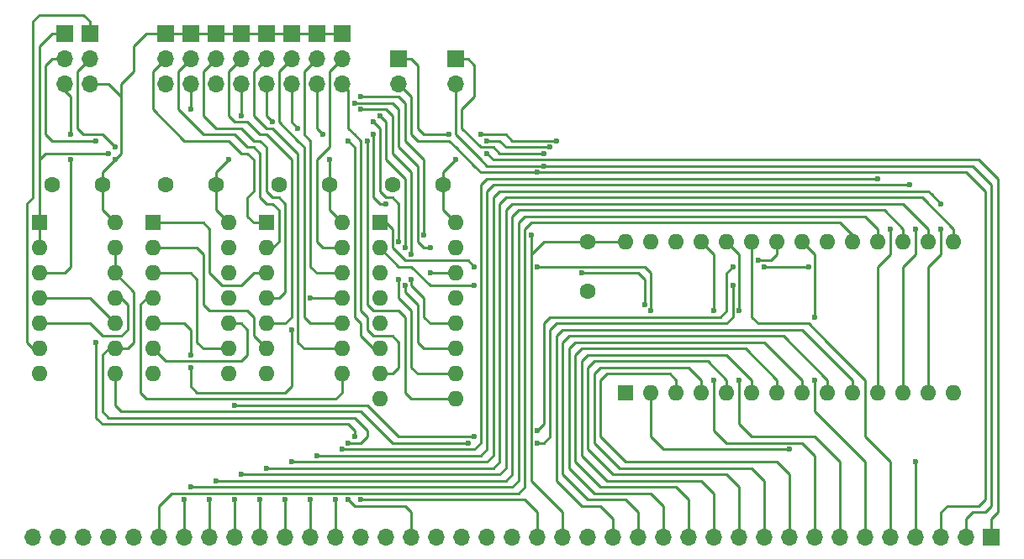
<source format=gtl>
G04 #@! TF.FileFunction,Copper,L1,Top,Signal*
%FSLAX46Y46*%
G04 Gerber Fmt 4.6, Leading zero omitted, Abs format (unit mm)*
G04 Created by KiCad (PCBNEW 4.0.7) date 02/16/19 22:22:25*
%MOMM*%
%LPD*%
G01*
G04 APERTURE LIST*
%ADD10C,0.100000*%
%ADD11R,1.600000X1.600000*%
%ADD12O,1.600000X1.600000*%
%ADD13C,1.600000*%
%ADD14R,1.700000X1.700000*%
%ADD15O,1.700000X1.700000*%
%ADD16C,0.600000*%
%ADD17C,0.250000*%
G04 APERTURE END LIST*
D10*
D11*
X149860000Y-133985000D03*
D12*
X182880000Y-118745000D03*
X152400000Y-133985000D03*
X180340000Y-118745000D03*
X154940000Y-133985000D03*
X177800000Y-118745000D03*
X157480000Y-133985000D03*
X175260000Y-118745000D03*
X160020000Y-133985000D03*
X172720000Y-118745000D03*
X162560000Y-133985000D03*
X170180000Y-118745000D03*
X165100000Y-133985000D03*
X167640000Y-118745000D03*
X167640000Y-133985000D03*
X165100000Y-118745000D03*
X170180000Y-133985000D03*
X162560000Y-118745000D03*
X172720000Y-133985000D03*
X160020000Y-118745000D03*
X175260000Y-133985000D03*
X157480000Y-118745000D03*
X177800000Y-133985000D03*
X154940000Y-118745000D03*
X180340000Y-133985000D03*
X152400000Y-118745000D03*
X182880000Y-133985000D03*
X149860000Y-118745000D03*
D13*
X131445000Y-113030000D03*
X126445000Y-113030000D03*
X120015000Y-113030000D03*
X115015000Y-113030000D03*
X146050000Y-118745000D03*
X146050000Y-123745000D03*
X108585000Y-113030000D03*
X103585000Y-113030000D03*
D14*
X186690000Y-148590000D03*
D15*
X184150000Y-148590000D03*
X181610000Y-148590000D03*
X179070000Y-148590000D03*
X176530000Y-148590000D03*
X173990000Y-148590000D03*
X171450000Y-148590000D03*
X168910000Y-148590000D03*
X166370000Y-148590000D03*
X163830000Y-148590000D03*
X161290000Y-148590000D03*
X158750000Y-148590000D03*
X156210000Y-148590000D03*
X153670000Y-148590000D03*
X151130000Y-148590000D03*
X148590000Y-148590000D03*
X146050000Y-148590000D03*
X143510000Y-148590000D03*
X140970000Y-148590000D03*
X138430000Y-148590000D03*
X135890000Y-148590000D03*
X133350000Y-148590000D03*
X130810000Y-148590000D03*
X128270000Y-148590000D03*
X125730000Y-148590000D03*
X123190000Y-148590000D03*
X120650000Y-148590000D03*
X118110000Y-148590000D03*
X115570000Y-148590000D03*
X113030000Y-148590000D03*
X110490000Y-148590000D03*
X107950000Y-148590000D03*
X105410000Y-148590000D03*
X102870000Y-148590000D03*
X100330000Y-148590000D03*
X97790000Y-148590000D03*
X95250000Y-148590000D03*
X92710000Y-148590000D03*
X90170000Y-148590000D03*
D14*
X127000000Y-100330000D03*
D15*
X127000000Y-102870000D03*
D14*
X132715000Y-100330000D03*
D15*
X132715000Y-102870000D03*
D14*
X103505000Y-97790000D03*
D15*
X103505000Y-100330000D03*
X103505000Y-102870000D03*
D14*
X106045000Y-97790000D03*
D15*
X106045000Y-100330000D03*
X106045000Y-102870000D03*
D14*
X108585000Y-97790000D03*
D15*
X108585000Y-100330000D03*
X108585000Y-102870000D03*
D14*
X111125000Y-97790000D03*
D15*
X111125000Y-100330000D03*
X111125000Y-102870000D03*
D14*
X113665000Y-97790000D03*
D15*
X113665000Y-100330000D03*
X113665000Y-102870000D03*
D14*
X116205000Y-97790000D03*
D15*
X116205000Y-100330000D03*
X116205000Y-102870000D03*
D14*
X95885000Y-97790000D03*
D15*
X95885000Y-100330000D03*
X95885000Y-102870000D03*
D14*
X118745000Y-97790000D03*
D15*
X118745000Y-100330000D03*
X118745000Y-102870000D03*
D14*
X121285000Y-97790000D03*
D15*
X121285000Y-100330000D03*
X121285000Y-102870000D03*
D11*
X125095000Y-116840000D03*
D12*
X132715000Y-134620000D03*
X125095000Y-119380000D03*
X132715000Y-132080000D03*
X125095000Y-121920000D03*
X132715000Y-129540000D03*
X125095000Y-124460000D03*
X132715000Y-127000000D03*
X125095000Y-127000000D03*
X132715000Y-124460000D03*
X125095000Y-129540000D03*
X132715000Y-121920000D03*
X125095000Y-132080000D03*
X132715000Y-119380000D03*
X125095000Y-134620000D03*
X132715000Y-116840000D03*
D11*
X90805000Y-116840000D03*
D12*
X98425000Y-132080000D03*
X90805000Y-119380000D03*
X98425000Y-129540000D03*
X90805000Y-121920000D03*
X98425000Y-127000000D03*
X90805000Y-124460000D03*
X98425000Y-124460000D03*
X90805000Y-127000000D03*
X98425000Y-121920000D03*
X90805000Y-129540000D03*
X98425000Y-119380000D03*
X90805000Y-132080000D03*
X98425000Y-116840000D03*
D13*
X97155000Y-113030000D03*
X92155000Y-113030000D03*
D14*
X93345000Y-97790000D03*
D15*
X93345000Y-100330000D03*
X93345000Y-102870000D03*
D11*
X113665000Y-116840000D03*
D12*
X121285000Y-132080000D03*
X113665000Y-119380000D03*
X121285000Y-129540000D03*
X113665000Y-121920000D03*
X121285000Y-127000000D03*
X113665000Y-124460000D03*
X121285000Y-124460000D03*
X113665000Y-127000000D03*
X121285000Y-121920000D03*
X113665000Y-129540000D03*
X121285000Y-119380000D03*
X113665000Y-132080000D03*
X121285000Y-116840000D03*
D11*
X102235000Y-116840000D03*
D12*
X109855000Y-132080000D03*
X102235000Y-119380000D03*
X109855000Y-129540000D03*
X102235000Y-121920000D03*
X109855000Y-127000000D03*
X102235000Y-124460000D03*
X109855000Y-124460000D03*
X102235000Y-127000000D03*
X109855000Y-121920000D03*
X102235000Y-129540000D03*
X109855000Y-119380000D03*
X102235000Y-132080000D03*
X109855000Y-116840000D03*
D16*
X140335000Y-118110000D03*
X132715000Y-110490000D03*
X120015000Y-110490000D03*
X98425000Y-110490000D03*
X109855000Y-110490000D03*
X97790000Y-109855000D03*
X135890000Y-109855000D03*
X141605000Y-111125000D03*
X140970000Y-111760000D03*
X134620000Y-123190000D03*
X134620000Y-121285000D03*
X179070000Y-140970000D03*
X166370000Y-139700000D03*
X152400000Y-125730000D03*
X140970000Y-121285000D03*
X168910000Y-132715000D03*
X168910000Y-126365000D03*
X161290000Y-125730000D03*
X161290000Y-132715000D03*
X158750000Y-132715000D03*
X158750000Y-125730000D03*
X176530000Y-117475000D03*
X175260000Y-112395000D03*
X121285000Y-139700000D03*
X120650000Y-144780000D03*
X178435000Y-113030000D03*
X179070000Y-117475000D03*
X118110000Y-144780000D03*
X118745000Y-140335000D03*
X116205000Y-140970000D03*
X181610000Y-114935000D03*
X181610000Y-117475000D03*
X115570000Y-144780000D03*
X113030000Y-144780000D03*
X113665000Y-141605000D03*
X111125000Y-142240000D03*
X110490000Y-144780000D03*
X108585000Y-142875000D03*
X107950000Y-144780000D03*
X106045000Y-143510000D03*
X105410000Y-144780000D03*
X96520000Y-128905000D03*
X123190000Y-144780000D03*
X122555000Y-138430000D03*
X121920000Y-144780000D03*
X121920000Y-139065000D03*
X135255000Y-107950000D03*
X132080000Y-107950000D03*
X142875000Y-108585000D03*
X145415000Y-121920000D03*
X151765000Y-125095000D03*
X141605000Y-109855000D03*
X122555000Y-104775000D03*
X130175000Y-119380000D03*
X123190000Y-105410000D03*
X106045000Y-105410000D03*
X128270000Y-120015000D03*
X130175000Y-121920000D03*
X129540000Y-118110000D03*
X123190000Y-104140000D03*
X111125000Y-106045000D03*
X125095000Y-106045000D03*
X127635000Y-119380000D03*
X128270000Y-122555000D03*
X127635000Y-123190000D03*
X127000000Y-118745000D03*
X114300000Y-106680000D03*
X124460000Y-106680000D03*
X116840000Y-107315000D03*
X125730000Y-114935000D03*
X127000000Y-122555000D03*
X124460000Y-107950000D03*
X121920000Y-108585000D03*
X96520000Y-108585000D03*
X98425000Y-109220000D03*
X135890000Y-108585000D03*
X142240000Y-109220000D03*
X123825000Y-108585000D03*
X119380000Y-107950000D03*
X163830000Y-121285000D03*
X168275000Y-121285000D03*
X160655000Y-121285000D03*
X134620000Y-138430000D03*
X140970000Y-137795000D03*
X110490000Y-135255000D03*
X163195000Y-120650000D03*
X160655000Y-123190000D03*
X140970000Y-139065000D03*
X133985000Y-139065000D03*
X93980000Y-107950000D03*
X93980000Y-110490000D03*
X116205000Y-127635000D03*
X106045000Y-131445000D03*
X106045000Y-130175000D03*
X118110000Y-124460000D03*
D17*
X120015000Y-113030000D02*
X120015000Y-115570000D01*
X120015000Y-115570000D02*
X121285000Y-116840000D01*
X108585000Y-113030000D02*
X108585000Y-115570000D01*
X108585000Y-115570000D02*
X109855000Y-116840000D01*
X97790000Y-102870000D02*
X99060000Y-104140000D01*
X99060000Y-104140000D02*
X99060000Y-103505000D01*
X99060000Y-102870000D02*
X99060000Y-103505000D01*
X99060000Y-103505000D02*
X99060000Y-109855000D01*
X99060000Y-109855000D02*
X98425000Y-110490000D01*
X140335000Y-120015000D02*
X140335000Y-118110000D01*
X95885000Y-102870000D02*
X97790000Y-102870000D01*
X99060000Y-102870000D02*
X100330000Y-101600000D01*
X100330000Y-101600000D02*
X100330000Y-99060000D01*
X100330000Y-99060000D02*
X101600000Y-97790000D01*
X101600000Y-97790000D02*
X103505000Y-97790000D01*
X118745000Y-97790000D02*
X121285000Y-97790000D01*
X116205000Y-97790000D02*
X118745000Y-97790000D01*
X113665000Y-97790000D02*
X116205000Y-97790000D01*
X111125000Y-97790000D02*
X113665000Y-97790000D01*
X108585000Y-97790000D02*
X111125000Y-97790000D01*
X106045000Y-97790000D02*
X108585000Y-97790000D01*
X103505000Y-97790000D02*
X106045000Y-97790000D01*
X131445000Y-111760000D02*
X131445000Y-113030000D01*
X131445000Y-111760000D02*
X132715000Y-110490000D01*
X120015000Y-111760000D02*
X120015000Y-110490000D01*
X120015000Y-111760000D02*
X120015000Y-113030000D01*
X97155000Y-111760000D02*
X98425000Y-110490000D01*
X97155000Y-113030000D02*
X97155000Y-111760000D01*
X108585000Y-111760000D02*
X109855000Y-110490000D01*
X108585000Y-111760000D02*
X108585000Y-113030000D01*
X131445000Y-113030000D02*
X131445000Y-115570000D01*
X131445000Y-115570000D02*
X132715000Y-116840000D01*
X97155000Y-113030000D02*
X97155000Y-115570000D01*
X97155000Y-115570000D02*
X98425000Y-116840000D01*
X145415000Y-118745000D02*
X149860000Y-118745000D01*
X143510000Y-148590000D02*
X143510000Y-146050000D01*
X143510000Y-146050000D02*
X140335000Y-142875000D01*
X140335000Y-142875000D02*
X140335000Y-120015000D01*
X141605000Y-118745000D02*
X145415000Y-118745000D01*
X140335000Y-120015000D02*
X141605000Y-118745000D01*
X90805000Y-110490000D02*
X90805000Y-99060000D01*
X92075000Y-97790000D02*
X93345000Y-97790000D01*
X90805000Y-99060000D02*
X92075000Y-97790000D01*
X139065000Y-110490000D02*
X136525000Y-110490000D01*
X186690000Y-148590000D02*
X186690000Y-146685000D01*
X187325000Y-112395000D02*
X185420000Y-110490000D01*
X187325000Y-146050000D02*
X187325000Y-112395000D01*
X186690000Y-146685000D02*
X187325000Y-146050000D01*
X139065000Y-110490000D02*
X185420000Y-110490000D01*
X135890000Y-109855000D02*
X136525000Y-110490000D01*
X90805000Y-110490000D02*
X90805000Y-116840000D01*
X91440000Y-109855000D02*
X90805000Y-110490000D01*
X97790000Y-109855000D02*
X91440000Y-109855000D01*
X90805000Y-119380000D02*
X90805000Y-116840000D01*
X135255000Y-110490000D02*
X132715000Y-107950000D01*
X132715000Y-107950000D02*
X132715000Y-102870000D01*
X140970000Y-111125000D02*
X139065000Y-111125000D01*
X139065000Y-111125000D02*
X135890000Y-111125000D01*
X135255000Y-110490000D02*
X135890000Y-111125000D01*
X184785000Y-111125000D02*
X141605000Y-111125000D01*
X141605000Y-111125000D02*
X140970000Y-111125000D01*
X186690000Y-113030000D02*
X184785000Y-111125000D01*
X184150000Y-146685000D02*
X184785000Y-146050000D01*
X184785000Y-146050000D02*
X186055000Y-146050000D01*
X186055000Y-146050000D02*
X186690000Y-145415000D01*
X186690000Y-145415000D02*
X186690000Y-113030000D01*
X184150000Y-148590000D02*
X184150000Y-146685000D01*
X127000000Y-121285000D02*
X128270000Y-121285000D01*
X128270000Y-121285000D02*
X130175000Y-123190000D01*
X130175000Y-123190000D02*
X134620000Y-123190000D01*
X127000000Y-121285000D02*
X125095000Y-119380000D01*
X127000000Y-102870000D02*
X128270000Y-104140000D01*
X132715000Y-109220000D02*
X132080000Y-108585000D01*
X137795000Y-111760000D02*
X135255000Y-111760000D01*
X137795000Y-111760000D02*
X140970000Y-111760000D01*
X134620000Y-111125000D02*
X135255000Y-111760000D01*
X134620000Y-111125000D02*
X132715000Y-109220000D01*
X132080000Y-108585000D02*
X128905000Y-108585000D01*
X128905000Y-108585000D02*
X128270000Y-107950000D01*
X128270000Y-104140000D02*
X128270000Y-107950000D01*
X140970000Y-111760000D02*
X141605000Y-111760000D01*
X186055000Y-113665000D02*
X184150000Y-111760000D01*
X184150000Y-111760000D02*
X141605000Y-111760000D01*
X181610000Y-148590000D02*
X181610000Y-146050000D01*
X186055000Y-144780000D02*
X186055000Y-114300000D01*
X185420000Y-145415000D02*
X186055000Y-144780000D01*
X182245000Y-145415000D02*
X185420000Y-145415000D01*
X181610000Y-146050000D02*
X182245000Y-145415000D01*
X186055000Y-114300000D02*
X186055000Y-113665000D01*
X125095000Y-116840000D02*
X125730000Y-116840000D01*
X125730000Y-116840000D02*
X126365000Y-117475000D01*
X126365000Y-117475000D02*
X126365000Y-119380000D01*
X126365000Y-119380000D02*
X127635000Y-120650000D01*
X127635000Y-120650000D02*
X133985000Y-120650000D01*
X133985000Y-120650000D02*
X134620000Y-121285000D01*
X166370000Y-139700000D02*
X153670000Y-139700000D01*
X153670000Y-139700000D02*
X152400000Y-138430000D01*
X152400000Y-133985000D02*
X152400000Y-138430000D01*
X179070000Y-140970000D02*
X179070000Y-148590000D01*
X152400000Y-121920000D02*
X152400000Y-125730000D01*
X151765000Y-121285000D02*
X152400000Y-121920000D01*
X140970000Y-121285000D02*
X151765000Y-121285000D01*
X174625000Y-139065000D02*
X176530000Y-140970000D01*
X176530000Y-148590000D02*
X176530000Y-140970000D01*
X173990000Y-132715000D02*
X170180000Y-128905000D01*
X173990000Y-138430000D02*
X173990000Y-132715000D01*
X174625000Y-139065000D02*
X173990000Y-138430000D01*
X170180000Y-128905000D02*
X168275000Y-127000000D01*
X162560000Y-121285000D02*
X162560000Y-118745000D01*
X162560000Y-126365000D02*
X163195000Y-127000000D01*
X163195000Y-127000000D02*
X168275000Y-127000000D01*
X162560000Y-121285000D02*
X162560000Y-126365000D01*
X170815000Y-137795000D02*
X168910000Y-135890000D01*
X172085000Y-139065000D02*
X173990000Y-140970000D01*
X173990000Y-148590000D02*
X173990000Y-140970000D01*
X168910000Y-135890000D02*
X168910000Y-132715000D01*
X172085000Y-139065000D02*
X170815000Y-137795000D01*
X168910000Y-120015000D02*
X168910000Y-126365000D01*
X167640000Y-118745000D02*
X168910000Y-120015000D01*
X169545000Y-139065000D02*
X171450000Y-140970000D01*
X161290000Y-120015000D02*
X161290000Y-125730000D01*
X161290000Y-132715000D02*
X161290000Y-137160000D01*
X161290000Y-137160000D02*
X162560000Y-138430000D01*
X162560000Y-138430000D02*
X168910000Y-138430000D01*
X168910000Y-138430000D02*
X169545000Y-139065000D01*
X171450000Y-148590000D02*
X171450000Y-140970000D01*
X161290000Y-120015000D02*
X160020000Y-118745000D01*
X168910000Y-140970000D02*
X168910000Y-140335000D01*
X167005000Y-139065000D02*
X160020000Y-139065000D01*
X160020000Y-139065000D02*
X158750000Y-137795000D01*
X158750000Y-137795000D02*
X158750000Y-132715000D01*
X158750000Y-125730000D02*
X158750000Y-120015000D01*
X157480000Y-118745000D02*
X158750000Y-120015000D01*
X168910000Y-140970000D02*
X168910000Y-148590000D01*
X167640000Y-139065000D02*
X167005000Y-139065000D01*
X168910000Y-140335000D02*
X167640000Y-139065000D01*
X154940000Y-133985000D02*
X154940000Y-132715000D01*
X166370000Y-142240000D02*
X166370000Y-148590000D01*
X165100000Y-140970000D02*
X166370000Y-142240000D01*
X149860000Y-140970000D02*
X165100000Y-140970000D01*
X147320000Y-138430000D02*
X149860000Y-140970000D01*
X147320000Y-132715000D02*
X147320000Y-138430000D01*
X147955000Y-132080000D02*
X147320000Y-132715000D01*
X154305000Y-132080000D02*
X147955000Y-132080000D01*
X154940000Y-132715000D02*
X154305000Y-132080000D01*
X162560000Y-141605000D02*
X163830000Y-142875000D01*
X157480000Y-133985000D02*
X157480000Y-132715000D01*
X163830000Y-142875000D02*
X163830000Y-148590000D01*
X149225000Y-141605000D02*
X162560000Y-141605000D01*
X146685000Y-139065000D02*
X149225000Y-141605000D01*
X146685000Y-132080000D02*
X146685000Y-139065000D01*
X147320000Y-131445000D02*
X146685000Y-132080000D01*
X156210000Y-131445000D02*
X147320000Y-131445000D01*
X157480000Y-132715000D02*
X156210000Y-131445000D01*
X161290000Y-148590000D02*
X161290000Y-143510000D01*
X160020000Y-132715000D02*
X160020000Y-133985000D01*
X158115000Y-130810000D02*
X160020000Y-132715000D01*
X146685000Y-130810000D02*
X158115000Y-130810000D01*
X146050000Y-131445000D02*
X146685000Y-130810000D01*
X146050000Y-139700000D02*
X146050000Y-131445000D01*
X148590000Y-142240000D02*
X146050000Y-139700000D01*
X160020000Y-142240000D02*
X148590000Y-142240000D01*
X161290000Y-143510000D02*
X160020000Y-142240000D01*
X162560000Y-133985000D02*
X162560000Y-132715000D01*
X158750000Y-144145000D02*
X158750000Y-148590000D01*
X157480000Y-142875000D02*
X158750000Y-144145000D01*
X147955000Y-142875000D02*
X157480000Y-142875000D01*
X145415000Y-140335000D02*
X147955000Y-142875000D01*
X145415000Y-130810000D02*
X145415000Y-140335000D01*
X146050000Y-130175000D02*
X145415000Y-130810000D01*
X160020000Y-130175000D02*
X146050000Y-130175000D01*
X162560000Y-132715000D02*
X160020000Y-130175000D01*
X156210000Y-148590000D02*
X156210000Y-144780000D01*
X165100000Y-132715000D02*
X165100000Y-133985000D01*
X161925000Y-129540000D02*
X165100000Y-132715000D01*
X145415000Y-129540000D02*
X161925000Y-129540000D01*
X144780000Y-130175000D02*
X145415000Y-129540000D01*
X144780000Y-140970000D02*
X144780000Y-130175000D01*
X147320000Y-143510000D02*
X144780000Y-140970000D01*
X154940000Y-143510000D02*
X147320000Y-143510000D01*
X156210000Y-144780000D02*
X154940000Y-143510000D01*
X167640000Y-133985000D02*
X167640000Y-132715000D01*
X153670000Y-145415000D02*
X153670000Y-148590000D01*
X152400000Y-144145000D02*
X153670000Y-145415000D01*
X146685000Y-144145000D02*
X152400000Y-144145000D01*
X144145000Y-141605000D02*
X146685000Y-144145000D01*
X144145000Y-129540000D02*
X144145000Y-141605000D01*
X144780000Y-128905000D02*
X144145000Y-129540000D01*
X163830000Y-128905000D02*
X144780000Y-128905000D01*
X167640000Y-132715000D02*
X163830000Y-128905000D01*
X151130000Y-148590000D02*
X151130000Y-146050000D01*
X170180000Y-132715000D02*
X170180000Y-133985000D01*
X165735000Y-128270000D02*
X170180000Y-132715000D01*
X144145000Y-128270000D02*
X165735000Y-128270000D01*
X143510000Y-128905000D02*
X144145000Y-128270000D01*
X143510000Y-142240000D02*
X143510000Y-128905000D01*
X146050000Y-144780000D02*
X143510000Y-142240000D01*
X149860000Y-144780000D02*
X146050000Y-144780000D01*
X151130000Y-146050000D02*
X149860000Y-144780000D01*
X172720000Y-133985000D02*
X172720000Y-132715000D01*
X148590000Y-146685000D02*
X148590000Y-148590000D01*
X147320000Y-145415000D02*
X148590000Y-146685000D01*
X145415000Y-145415000D02*
X147320000Y-145415000D01*
X142875000Y-142875000D02*
X145415000Y-145415000D01*
X142875000Y-128270000D02*
X142875000Y-142875000D01*
X143510000Y-127635000D02*
X142875000Y-128270000D01*
X167640000Y-127635000D02*
X143510000Y-127635000D01*
X172720000Y-132715000D02*
X167640000Y-127635000D01*
X121285000Y-139700000D02*
X132080000Y-139700000D01*
X135255000Y-113030000D02*
X135255000Y-139065000D01*
X134620000Y-139700000D02*
X132080000Y-139700000D01*
X135255000Y-139065000D02*
X134620000Y-139700000D01*
X138430000Y-112395000D02*
X168275000Y-112395000D01*
X175260000Y-130810000D02*
X175260000Y-121285000D01*
X175260000Y-121285000D02*
X176530000Y-120015000D01*
X176530000Y-120015000D02*
X176530000Y-117475000D01*
X175260000Y-112395000D02*
X168275000Y-112395000D01*
X137160000Y-112395000D02*
X136525000Y-112395000D01*
X137160000Y-112395000D02*
X138430000Y-112395000D01*
X135890000Y-112395000D02*
X135255000Y-113030000D01*
X136525000Y-112395000D02*
X135890000Y-112395000D01*
X175260000Y-130810000D02*
X175260000Y-133985000D01*
X120650000Y-144780000D02*
X120650000Y-148590000D01*
X132715000Y-140335000D02*
X135255000Y-140335000D01*
X135890000Y-139700000D02*
X135890000Y-113665000D01*
X135255000Y-140335000D02*
X135890000Y-139700000D01*
X137795000Y-113030000D02*
X136525000Y-113030000D01*
X136525000Y-113030000D02*
X135890000Y-113665000D01*
X138430000Y-113030000D02*
X168275000Y-113030000D01*
X178435000Y-113030000D02*
X168275000Y-113030000D01*
X177800000Y-133985000D02*
X177800000Y-121285000D01*
X179070000Y-120015000D02*
X179070000Y-117475000D01*
X177800000Y-121285000D02*
X179070000Y-120015000D01*
X138430000Y-113030000D02*
X137795000Y-113030000D01*
X118110000Y-144780000D02*
X118110000Y-148590000D01*
X123190000Y-140335000D02*
X118745000Y-140335000D01*
X132715000Y-140335000D02*
X123190000Y-140335000D01*
X136525000Y-114300000D02*
X136525000Y-140335000D01*
X133350000Y-140970000D02*
X116205000Y-140970000D01*
X138430000Y-113665000D02*
X168275000Y-113665000D01*
X180340000Y-113665000D02*
X168275000Y-113665000D01*
X180340000Y-133985000D02*
X180340000Y-121285000D01*
X181610000Y-114935000D02*
X180657500Y-113982500D01*
X181610000Y-120015000D02*
X181610000Y-117475000D01*
X180340000Y-121285000D02*
X181610000Y-120015000D01*
X180657500Y-113982500D02*
X180340000Y-113665000D01*
X138430000Y-113665000D02*
X137795000Y-113665000D01*
X137160000Y-113665000D02*
X136525000Y-114300000D01*
X137795000Y-113665000D02*
X137160000Y-113665000D01*
X136525000Y-140335000D02*
X135890000Y-140970000D01*
X135890000Y-140970000D02*
X133350000Y-140970000D01*
X115570000Y-144780000D02*
X115570000Y-148590000D01*
X133985000Y-141605000D02*
X136525000Y-141605000D01*
X137160000Y-140970000D02*
X137160000Y-114935000D01*
X136525000Y-141605000D02*
X137160000Y-140970000D01*
X138430000Y-114300000D02*
X137795000Y-114300000D01*
X179889998Y-114484998D02*
X179705000Y-114300000D01*
X182880000Y-118745000D02*
X182880000Y-117475000D01*
X182880000Y-117475000D02*
X179889998Y-114484998D01*
X179705000Y-114300000D02*
X168275000Y-114300000D01*
X138430000Y-114300000D02*
X168275000Y-114300000D01*
X137795000Y-114300000D02*
X137160000Y-114935000D01*
X113030000Y-144780000D02*
X113030000Y-148590000D01*
X133985000Y-141605000D02*
X113665000Y-141605000D01*
X137795000Y-115570000D02*
X137795000Y-141605000D01*
X113665000Y-142240000D02*
X111125000Y-142240000D01*
X134620000Y-142240000D02*
X113665000Y-142240000D01*
X137795000Y-115570000D02*
X138430000Y-114935000D01*
X139065000Y-114935000D02*
X138430000Y-114935000D01*
X180340000Y-118745000D02*
X180340000Y-117475000D01*
X177800000Y-114935000D02*
X168275000Y-114935000D01*
X180340000Y-117475000D02*
X177800000Y-114935000D01*
X139065000Y-114935000D02*
X168275000Y-114935000D01*
X137795000Y-141605000D02*
X137160000Y-142240000D01*
X137160000Y-142240000D02*
X134620000Y-142240000D01*
X110490000Y-144780000D02*
X110490000Y-148590000D01*
X135255000Y-142875000D02*
X137795000Y-142875000D01*
X138430000Y-142240000D02*
X138430000Y-116205000D01*
X137795000Y-142875000D02*
X138430000Y-142240000D01*
X134620000Y-142875000D02*
X135255000Y-142875000D01*
X139065000Y-115570000D02*
X138430000Y-116205000D01*
X139065000Y-115570000D02*
X168275000Y-115570000D01*
X175260000Y-115570000D02*
X168275000Y-115570000D01*
X175895000Y-115570000D02*
X177800000Y-117475000D01*
X177800000Y-117475000D02*
X177800000Y-118745000D01*
X175260000Y-115570000D02*
X175895000Y-115570000D01*
X108585000Y-142875000D02*
X134620000Y-142875000D01*
X134620000Y-142875000D02*
X135070002Y-142875000D01*
X107950000Y-148590000D02*
X107950000Y-144780000D01*
X177800000Y-118745000D02*
X177800000Y-118110000D01*
X139065000Y-142240000D02*
X139065000Y-142875000D01*
X138430000Y-143510000D02*
X137795000Y-143510000D01*
X139065000Y-142875000D02*
X138430000Y-143510000D01*
X139065000Y-116840000D02*
X139065000Y-142240000D01*
X137795000Y-143510000D02*
X135890000Y-143510000D01*
X135890000Y-143510000D02*
X106045000Y-143510000D01*
X168275000Y-116205000D02*
X139700000Y-116205000D01*
X175260000Y-117475000D02*
X173990000Y-116205000D01*
X173990000Y-116205000D02*
X168275000Y-116205000D01*
X175260000Y-118745000D02*
X175260000Y-117475000D01*
X139700000Y-116205000D02*
X139065000Y-116840000D01*
X105410000Y-144780000D02*
X105410000Y-148590000D01*
X139700000Y-142875000D02*
X139700000Y-143510000D01*
X139065000Y-144145000D02*
X138430000Y-144145000D01*
X139700000Y-143510000D02*
X139065000Y-144145000D01*
X136525000Y-144145000D02*
X138430000Y-144145000D01*
X136525000Y-144145000D02*
X104775000Y-144145000D01*
X104775000Y-144145000D02*
X104140000Y-144145000D01*
X104140000Y-144145000D02*
X102870000Y-145415000D01*
X102870000Y-145415000D02*
X102870000Y-148590000D01*
X139700000Y-142875000D02*
X139700000Y-117475000D01*
X140335000Y-116840000D02*
X139700000Y-117475000D01*
X168275000Y-116840000D02*
X140335000Y-116840000D01*
X171450000Y-116840000D02*
X168275000Y-116840000D01*
X172720000Y-118110000D02*
X171450000Y-116840000D01*
X172720000Y-118745000D02*
X172720000Y-118110000D01*
X122555000Y-138430000D02*
X122555000Y-137795000D01*
X122555000Y-137795000D02*
X121920000Y-137160000D01*
X121920000Y-137160000D02*
X97155000Y-137160000D01*
X140970000Y-148590000D02*
X140970000Y-146050000D01*
X125095000Y-144780000D02*
X139065000Y-144780000D01*
X139065000Y-144780000D02*
X139700000Y-144780000D01*
X139700000Y-144780000D02*
X140970000Y-146050000D01*
X125095000Y-144780000D02*
X123190000Y-144780000D01*
X96520000Y-128905000D02*
X96520000Y-136525000D01*
X96520000Y-136525000D02*
X97155000Y-137160000D01*
X90805000Y-124460000D02*
X90170000Y-124460000D01*
X90805000Y-124460000D02*
X95885000Y-124460000D01*
X95885000Y-124460000D02*
X98425000Y-127000000D01*
X123190000Y-139065000D02*
X123825000Y-138430000D01*
X122555000Y-136525000D02*
X123825000Y-137795000D01*
X123825000Y-137795000D02*
X123825000Y-138430000D01*
X97155000Y-135890000D02*
X97790000Y-136525000D01*
X97790000Y-136525000D02*
X122555000Y-136525000D01*
X97155000Y-135890000D02*
X97155000Y-133985000D01*
X97155000Y-130175000D02*
X97155000Y-133985000D01*
X97790000Y-129540000D02*
X97155000Y-130175000D01*
X122555000Y-145415000D02*
X121920000Y-144780000D01*
X128270000Y-146050000D02*
X128270000Y-148590000D01*
X127635000Y-145415000D02*
X123825000Y-145415000D01*
X128270000Y-146050000D02*
X127635000Y-145415000D01*
X123825000Y-145415000D02*
X122555000Y-145415000D01*
X123190000Y-139065000D02*
X121920000Y-139065000D01*
X98425000Y-129540000D02*
X97790000Y-129540000D01*
X100330000Y-127635000D02*
X100330000Y-128905000D01*
X99695000Y-129540000D02*
X98425000Y-129540000D01*
X100330000Y-128905000D02*
X99695000Y-129540000D01*
X98425000Y-121920000D02*
X100330000Y-123825000D01*
X100330000Y-123825000D02*
X100330000Y-127635000D01*
X98425000Y-121920000D02*
X98425000Y-119380000D01*
X127000000Y-100330000D02*
X128270000Y-100330000D01*
X138430000Y-108585000D02*
X137795000Y-107950000D01*
X137795000Y-107950000D02*
X135255000Y-107950000D01*
X142875000Y-108585000D02*
X138430000Y-108585000D01*
X129540000Y-107950000D02*
X132080000Y-107950000D01*
X128905000Y-107315000D02*
X129540000Y-107950000D01*
X128905000Y-100965000D02*
X128905000Y-107315000D01*
X128270000Y-100330000D02*
X128905000Y-100965000D01*
X132715000Y-100330000D02*
X133985000Y-100330000D01*
X151765000Y-125095000D02*
X151765000Y-122555000D01*
X151765000Y-122555000D02*
X151130000Y-121920000D01*
X151130000Y-121920000D02*
X145415000Y-121920000D01*
X137160000Y-109855000D02*
X141605000Y-109855000D01*
X136525000Y-109220000D02*
X137160000Y-109855000D01*
X135255000Y-109220000D02*
X136525000Y-109220000D01*
X133350000Y-107315000D02*
X135255000Y-109220000D01*
X133350000Y-105410000D02*
X133350000Y-107315000D01*
X134620000Y-104140000D02*
X133350000Y-105410000D01*
X134620000Y-100965000D02*
X134620000Y-104140000D01*
X133985000Y-100330000D02*
X134620000Y-100965000D01*
X113665000Y-116840000D02*
X112395000Y-116840000D01*
X111760000Y-114300000D02*
X112395000Y-113665000D01*
X112395000Y-113665000D02*
X112395000Y-110490000D01*
X112395000Y-110490000D02*
X111760000Y-109855000D01*
X111760000Y-109855000D02*
X111125000Y-109855000D01*
X111125000Y-109855000D02*
X109855000Y-108585000D01*
X109855000Y-108585000D02*
X105410000Y-108585000D01*
X105410000Y-108585000D02*
X102235000Y-105410000D01*
X102235000Y-105410000D02*
X102235000Y-101600000D01*
X102235000Y-101600000D02*
X103505000Y-100330000D01*
X111760000Y-116205000D02*
X111760000Y-114300000D01*
X112395000Y-116840000D02*
X111760000Y-116205000D01*
X128905000Y-111125000D02*
X127000000Y-109220000D01*
X127000000Y-105410000D02*
X126365000Y-104775000D01*
X127000000Y-109220000D02*
X127000000Y-105410000D01*
X126365000Y-104775000D02*
X122555000Y-104775000D01*
X130175000Y-119380000D02*
X129540000Y-119380000D01*
X129540000Y-119380000D02*
X128905000Y-118745000D01*
X128905000Y-118745000D02*
X128905000Y-111125000D01*
X114935000Y-115570000D02*
X114935000Y-118745000D01*
X113665000Y-114935000D02*
X113030000Y-114300000D01*
X113030000Y-114300000D02*
X113030000Y-110490000D01*
X111760000Y-109220000D02*
X110490000Y-107950000D01*
X110490000Y-107950000D02*
X107315000Y-107950000D01*
X107315000Y-107950000D02*
X104775000Y-105410000D01*
X104775000Y-105410000D02*
X104775000Y-101600000D01*
X106045000Y-100330000D02*
X104775000Y-101600000D01*
X114935000Y-115570000D02*
X114300000Y-114935000D01*
X114300000Y-114935000D02*
X113665000Y-114935000D01*
X113030000Y-109855000D02*
X112395000Y-109220000D01*
X112395000Y-109220000D02*
X111760000Y-109220000D01*
X113030000Y-110490000D02*
X113030000Y-109855000D01*
X114935000Y-118745000D02*
X114300000Y-119380000D01*
X114300000Y-119380000D02*
X113665000Y-119380000D01*
X128270000Y-111760000D02*
X126365000Y-109855000D01*
X126365000Y-106045000D02*
X125730000Y-105410000D01*
X126365000Y-109855000D02*
X126365000Y-106045000D01*
X128270000Y-120015000D02*
X128270000Y-112395000D01*
X128270000Y-112395000D02*
X128270000Y-111760000D01*
X130175000Y-121920000D02*
X132715000Y-121920000D01*
X125730000Y-105410000D02*
X123190000Y-105410000D01*
X106045000Y-105410000D02*
X106045000Y-102870000D01*
X106045000Y-105410000D02*
X106045000Y-105410000D01*
X115570000Y-114935000D02*
X115570000Y-123825000D01*
X115570000Y-114935000D02*
X114935000Y-114300000D01*
X114935000Y-114300000D02*
X114300000Y-114300000D01*
X114300000Y-114300000D02*
X113665000Y-113665000D01*
X113665000Y-113665000D02*
X113665000Y-109855000D01*
X112395000Y-108585000D02*
X111125000Y-107315000D01*
X111125000Y-107315000D02*
X108585000Y-107315000D01*
X108585000Y-107315000D02*
X107315000Y-106045000D01*
X107315000Y-106045000D02*
X107315000Y-101600000D01*
X108585000Y-100330000D02*
X107315000Y-101600000D01*
X113665000Y-109220000D02*
X113030000Y-108585000D01*
X113030000Y-108585000D02*
X112395000Y-108585000D01*
X113665000Y-109855000D02*
X113665000Y-109220000D01*
X114935000Y-124460000D02*
X113665000Y-124460000D01*
X115570000Y-123825000D02*
X114935000Y-124460000D01*
X129540000Y-111125000D02*
X129540000Y-110490000D01*
X129540000Y-118110000D02*
X129540000Y-111125000D01*
X127000000Y-104140000D02*
X123190000Y-104140000D01*
X127635000Y-104775000D02*
X127000000Y-104140000D01*
X127635000Y-108585000D02*
X127635000Y-104775000D01*
X129540000Y-110490000D02*
X127635000Y-108585000D01*
X116205000Y-110490000D02*
X116205000Y-126365000D01*
X113030000Y-107950000D02*
X111760000Y-106680000D01*
X111760000Y-106680000D02*
X110490000Y-106680000D01*
X110490000Y-106680000D02*
X109855000Y-106045000D01*
X109855000Y-106045000D02*
X109855000Y-101600000D01*
X111125000Y-100330000D02*
X109855000Y-101600000D01*
X116205000Y-110490000D02*
X113665000Y-107950000D01*
X113665000Y-107950000D02*
X113030000Y-107950000D01*
X115570000Y-127000000D02*
X113665000Y-127000000D01*
X116205000Y-126365000D02*
X115570000Y-127000000D01*
X127635000Y-112395000D02*
X127000000Y-111760000D01*
X125730000Y-106680000D02*
X125095000Y-106045000D01*
X125730000Y-107315000D02*
X125730000Y-106680000D01*
X125730000Y-110490000D02*
X125730000Y-107315000D01*
X126365000Y-111125000D02*
X125730000Y-110490000D01*
X127000000Y-111760000D02*
X126365000Y-111125000D01*
X111125000Y-106045000D02*
X111125000Y-102870000D01*
X127635000Y-114935000D02*
X127635000Y-112395000D01*
X132715000Y-127000000D02*
X130175000Y-127000000D01*
X127635000Y-119380000D02*
X127635000Y-114935000D01*
X128270000Y-123190000D02*
X128270000Y-122555000D01*
X129540000Y-124460000D02*
X128270000Y-123190000D01*
X129540000Y-126365000D02*
X129540000Y-124460000D01*
X130175000Y-127000000D02*
X129540000Y-126365000D01*
X116840000Y-109855000D02*
X116840000Y-128905000D01*
X112395000Y-101600000D02*
X112395000Y-106045000D01*
X112395000Y-106045000D02*
X113665000Y-107315000D01*
X113665000Y-107315000D02*
X114300000Y-107315000D01*
X114300000Y-107315000D02*
X116840000Y-109855000D01*
X113665000Y-100330000D02*
X112395000Y-101600000D01*
X117475000Y-129540000D02*
X121285000Y-129540000D01*
X116840000Y-128905000D02*
X117475000Y-129540000D01*
X125095000Y-108585000D02*
X125095000Y-107315000D01*
X127000000Y-118745000D02*
X127000000Y-114935000D01*
X127000000Y-114935000D02*
X126365000Y-114300000D01*
X126365000Y-114300000D02*
X125730000Y-114300000D01*
X125730000Y-114300000D02*
X125095000Y-113665000D01*
X125095000Y-113665000D02*
X125095000Y-108585000D01*
X132715000Y-129540000D02*
X129540000Y-129540000D01*
X128905000Y-125095000D02*
X127635000Y-123825000D01*
X128905000Y-128905000D02*
X128905000Y-125095000D01*
X129540000Y-129540000D02*
X128905000Y-128905000D01*
X127635000Y-123825000D02*
X127635000Y-123190000D01*
X113665000Y-106045000D02*
X113665000Y-102870000D01*
X114300000Y-106680000D02*
X113665000Y-106045000D01*
X125095000Y-107315000D02*
X124460000Y-106680000D01*
X117475000Y-109220000D02*
X117475000Y-126365000D01*
X114935000Y-101600000D02*
X114935000Y-106680000D01*
X114935000Y-106680000D02*
X116840000Y-108585000D01*
X116840000Y-108585000D02*
X117475000Y-109220000D01*
X116205000Y-100330000D02*
X114935000Y-101600000D01*
X118110000Y-127000000D02*
X121285000Y-127000000D01*
X117475000Y-126365000D02*
X118110000Y-127000000D01*
X116840000Y-107315000D02*
X116205000Y-106680000D01*
X116205000Y-102870000D02*
X116205000Y-106680000D01*
X127000000Y-123190000D02*
X127000000Y-122555000D01*
X128905000Y-132080000D02*
X128270000Y-131445000D01*
X128270000Y-131445000D02*
X128270000Y-125730000D01*
X128270000Y-125730000D02*
X127000000Y-124460000D01*
X127000000Y-124460000D02*
X127000000Y-123190000D01*
X128905000Y-132080000D02*
X132715000Y-132080000D01*
X124460000Y-114300000D02*
X124460000Y-108585000D01*
X125095000Y-114935000D02*
X124460000Y-114300000D01*
X125730000Y-114935000D02*
X125095000Y-114935000D01*
X124460000Y-108585000D02*
X124460000Y-107950000D01*
X123190000Y-127000000D02*
X122555000Y-126365000D01*
X122555000Y-126365000D02*
X122555000Y-125730000D01*
X122555000Y-111125000D02*
X122555000Y-109220000D01*
X122555000Y-109220000D02*
X121920000Y-108585000D01*
X122555000Y-125730000D02*
X122555000Y-111125000D01*
X96520000Y-108585000D02*
X92075000Y-108585000D01*
X92075000Y-108585000D02*
X91440000Y-107950000D01*
X91440000Y-107950000D02*
X91440000Y-100965000D01*
X91440000Y-100965000D02*
X92075000Y-100330000D01*
X92075000Y-100330000D02*
X93345000Y-100330000D01*
X124460000Y-129540000D02*
X123190000Y-128270000D01*
X123190000Y-128270000D02*
X123190000Y-127000000D01*
X125095000Y-129540000D02*
X124460000Y-129540000D01*
X90805000Y-129540000D02*
X90170000Y-129540000D01*
X90170000Y-129540000D02*
X89535000Y-128905000D01*
X89535000Y-128905000D02*
X89535000Y-114935000D01*
X89535000Y-114935000D02*
X90170000Y-114300000D01*
X90170000Y-114300000D02*
X90170000Y-96520000D01*
X90170000Y-96520000D02*
X90805000Y-95885000D01*
X90805000Y-95885000D02*
X95250000Y-95885000D01*
X95250000Y-95885000D02*
X95885000Y-96520000D01*
X95885000Y-96520000D02*
X95885000Y-97790000D01*
X98425000Y-109220000D02*
X97155000Y-107950000D01*
X95250000Y-107950000D02*
X94615000Y-107315000D01*
X97155000Y-107950000D02*
X95250000Y-107950000D01*
X95885000Y-100330000D02*
X94615000Y-101600000D01*
X94615000Y-104775000D02*
X94615000Y-107315000D01*
X94615000Y-101600000D02*
X94615000Y-104775000D01*
X137795000Y-109220000D02*
X137160000Y-108585000D01*
X137160000Y-108585000D02*
X135890000Y-108585000D01*
X142240000Y-109220000D02*
X137795000Y-109220000D01*
X118110000Y-108585000D02*
X118110000Y-121285000D01*
X117475000Y-101600000D02*
X117475000Y-107950000D01*
X117475000Y-107950000D02*
X118110000Y-108585000D01*
X118745000Y-100330000D02*
X117475000Y-101600000D01*
X118745000Y-121920000D02*
X121285000Y-121920000D01*
X118110000Y-121285000D02*
X118745000Y-121920000D01*
X128270000Y-134620000D02*
X127635000Y-133985000D01*
X127635000Y-133985000D02*
X127635000Y-126365000D01*
X127635000Y-126365000D02*
X127000000Y-125730000D01*
X127000000Y-125730000D02*
X124460000Y-125730000D01*
X124460000Y-125730000D02*
X123825000Y-125095000D01*
X123825000Y-125095000D02*
X123825000Y-108585000D01*
X132715000Y-134620000D02*
X128270000Y-134620000D01*
X118745000Y-107315000D02*
X118745000Y-102870000D01*
X119380000Y-107950000D02*
X118745000Y-107315000D01*
X118745000Y-110490000D02*
X118745000Y-118745000D01*
X120015000Y-101600000D02*
X120015000Y-107315000D01*
X120015000Y-107315000D02*
X120015000Y-109220000D01*
X120015000Y-109220000D02*
X118745000Y-110490000D01*
X121285000Y-100330000D02*
X120015000Y-101600000D01*
X119380000Y-119380000D02*
X121285000Y-119380000D01*
X118745000Y-118745000D02*
X119380000Y-119380000D01*
X123190000Y-108585000D02*
X122555000Y-107950000D01*
X123190000Y-125095000D02*
X123190000Y-108585000D01*
X126365000Y-132080000D02*
X127000000Y-131445000D01*
X127000000Y-131445000D02*
X127000000Y-128905000D01*
X127000000Y-128905000D02*
X126365000Y-128270000D01*
X126365000Y-128270000D02*
X124460000Y-128270000D01*
X124460000Y-128270000D02*
X123825000Y-127635000D01*
X123825000Y-127635000D02*
X123825000Y-126365000D01*
X125095000Y-132080000D02*
X126365000Y-132080000D01*
X123190000Y-125730000D02*
X123825000Y-126365000D01*
X123190000Y-125095000D02*
X123190000Y-125730000D01*
X121920000Y-103505000D02*
X121285000Y-102870000D01*
X121920000Y-107315000D02*
X121920000Y-103505000D01*
X122555000Y-107950000D02*
X121920000Y-107315000D01*
X123825000Y-135255000D02*
X110490000Y-135255000D01*
X168275000Y-121285000D02*
X163830000Y-121285000D01*
X160020000Y-125730000D02*
X160020000Y-121920000D01*
X160020000Y-121920000D02*
X160655000Y-121285000D01*
X159385000Y-126365000D02*
X158750000Y-126365000D01*
X158750000Y-126365000D02*
X151130000Y-126365000D01*
X142240000Y-126365000D02*
X151130000Y-126365000D01*
X141605000Y-127000000D02*
X141605000Y-135255000D01*
X140970000Y-137795000D02*
X141605000Y-137160000D01*
X141605000Y-137160000D02*
X141605000Y-135255000D01*
X133350000Y-138430000D02*
X127000000Y-138430000D01*
X123825000Y-135255000D02*
X127000000Y-138430000D01*
X133350000Y-138430000D02*
X134620000Y-138430000D01*
X141605000Y-127000000D02*
X142240000Y-126365000D01*
X159385000Y-126365000D02*
X160020000Y-125730000D01*
X165100000Y-120015000D02*
X164465000Y-120650000D01*
X164465000Y-120650000D02*
X163195000Y-120650000D01*
X165100000Y-118745000D02*
X165100000Y-120015000D01*
X160655000Y-126365000D02*
X160655000Y-123190000D01*
X160020000Y-127000000D02*
X151130000Y-127000000D01*
X142240000Y-127635000D02*
X142875000Y-127000000D01*
X142875000Y-127000000D02*
X151130000Y-127000000D01*
X133350000Y-139065000D02*
X133985000Y-139065000D01*
X98425000Y-135255000D02*
X99060000Y-135890000D01*
X99060000Y-135890000D02*
X123190000Y-135890000D01*
X123190000Y-135890000D02*
X126365000Y-139065000D01*
X126365000Y-139065000D02*
X133350000Y-139065000D01*
X98425000Y-135255000D02*
X98425000Y-132080000D01*
X142240000Y-138430000D02*
X142240000Y-129540000D01*
X141605000Y-139065000D02*
X142240000Y-138430000D01*
X140970000Y-139065000D02*
X141605000Y-139065000D01*
X142240000Y-129540000D02*
X142240000Y-127635000D01*
X160020000Y-127000000D02*
X160655000Y-126365000D01*
X93345000Y-102870000D02*
X93345000Y-103505000D01*
X93345000Y-103505000D02*
X93980000Y-104140000D01*
X93980000Y-104140000D02*
X93980000Y-107950000D01*
X93980000Y-110490000D02*
X93980000Y-121285000D01*
X93980000Y-121285000D02*
X93345000Y-121920000D01*
X93345000Y-121920000D02*
X90805000Y-121920000D01*
X98425000Y-124460000D02*
X99060000Y-124460000D01*
X99060000Y-124460000D02*
X99695000Y-125095000D01*
X99695000Y-125095000D02*
X99695000Y-127635000D01*
X99695000Y-127635000D02*
X99060000Y-128270000D01*
X99060000Y-128270000D02*
X97155000Y-128270000D01*
X97155000Y-128270000D02*
X95885000Y-127000000D01*
X95885000Y-127000000D02*
X90805000Y-127000000D01*
X100965000Y-133985000D02*
X101600000Y-134620000D01*
X120650000Y-134620000D02*
X121285000Y-133985000D01*
X101600000Y-134620000D02*
X120650000Y-134620000D01*
X102235000Y-124460000D02*
X101600000Y-124460000D01*
X101600000Y-124460000D02*
X100965000Y-125095000D01*
X100965000Y-125095000D02*
X100965000Y-133985000D01*
X121285000Y-133985000D02*
X121285000Y-132080000D01*
X113665000Y-121920000D02*
X112395000Y-121920000D01*
X107315000Y-116840000D02*
X102235000Y-116840000D01*
X107950000Y-117475000D02*
X107315000Y-116840000D01*
X107950000Y-121920000D02*
X107950000Y-117475000D01*
X109220000Y-123190000D02*
X107950000Y-121920000D01*
X111125000Y-123190000D02*
X109220000Y-123190000D01*
X112395000Y-121920000D02*
X111125000Y-123190000D01*
X119380000Y-124460000D02*
X118110000Y-124460000D01*
X115570000Y-133985000D02*
X116205000Y-133350000D01*
X116205000Y-133350000D02*
X116205000Y-127635000D01*
X121285000Y-124460000D02*
X119380000Y-124460000D01*
X105410000Y-127000000D02*
X102235000Y-127000000D01*
X106045000Y-133350000D02*
X106680000Y-133985000D01*
X106045000Y-131445000D02*
X106045000Y-133350000D01*
X106045000Y-127635000D02*
X106045000Y-130175000D01*
X105410000Y-127000000D02*
X106045000Y-127635000D01*
X106680000Y-133985000D02*
X115570000Y-133985000D01*
X102235000Y-119380000D02*
X106680000Y-119380000D01*
X112395000Y-128270000D02*
X113665000Y-129540000D01*
X112395000Y-126365000D02*
X112395000Y-128270000D01*
X111760000Y-125730000D02*
X112395000Y-126365000D01*
X107950000Y-125730000D02*
X111760000Y-125730000D01*
X107315000Y-125095000D02*
X107950000Y-125730000D01*
X107315000Y-120015000D02*
X107315000Y-125095000D01*
X106680000Y-119380000D02*
X107315000Y-120015000D01*
X109855000Y-129540000D02*
X107315000Y-129540000D01*
X106045000Y-121920000D02*
X102235000Y-121920000D01*
X106680000Y-122555000D02*
X106045000Y-121920000D01*
X106680000Y-128905000D02*
X106680000Y-122555000D01*
X107315000Y-129540000D02*
X106680000Y-128905000D01*
X109855000Y-127000000D02*
X111125000Y-127000000D01*
X103505000Y-130810000D02*
X102235000Y-129540000D01*
X111125000Y-130810000D02*
X103505000Y-130810000D01*
X111760000Y-130175000D02*
X111125000Y-130810000D01*
X111760000Y-127635000D02*
X111760000Y-130175000D01*
X111125000Y-127000000D02*
X111760000Y-127635000D01*
M02*

</source>
